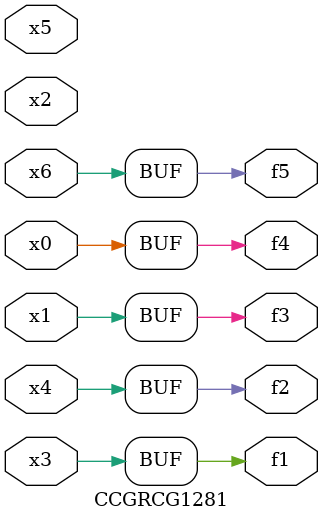
<source format=v>
module CCGRCG1281(
	input x0, x1, x2, x3, x4, x5, x6,
	output f1, f2, f3, f4, f5
);
	assign f1 = x3;
	assign f2 = x4;
	assign f3 = x1;
	assign f4 = x0;
	assign f5 = x6;
endmodule

</source>
